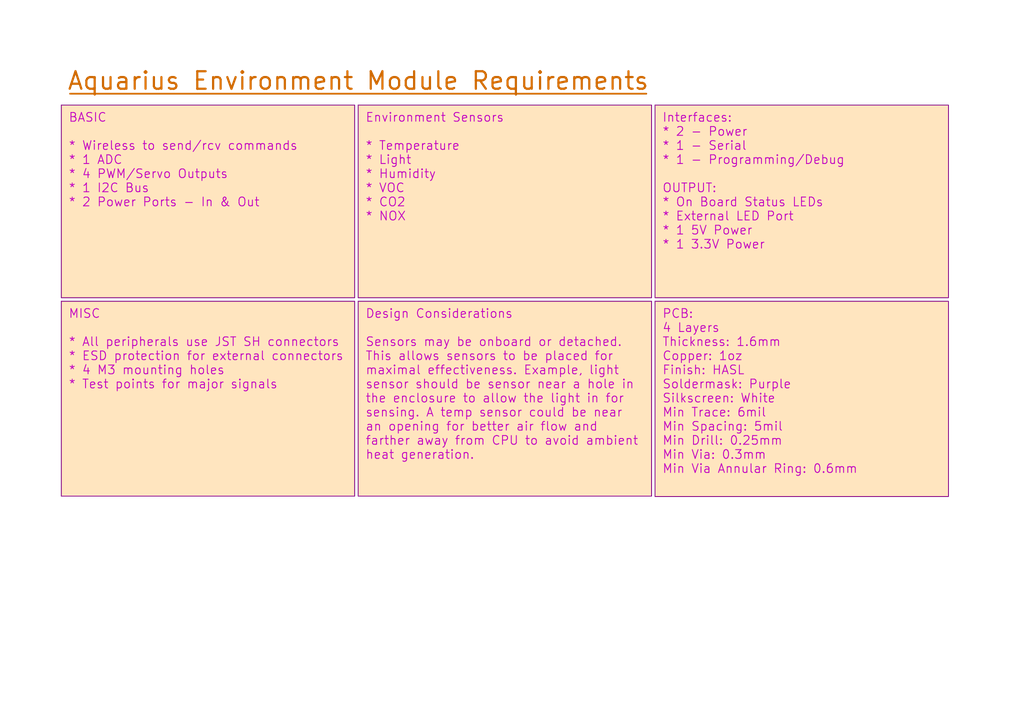
<source format=kicad_sch>
(kicad_sch
	(version 20250114)
	(generator "eeschema")
	(generator_version "9.0")
	(uuid "6f876faf-a2fb-4b55-acaf-9b0ee9368edb")
	(paper "A4")
	(title_block
		(title "Environment Module")
		(date "<<release-date>>")
		(rev "<<tag>>")
		(comment 1 "<<hash>>")
	)
	(lib_symbols)
	(text "Aquarius Environment Module Requirements"
		(exclude_from_sim no)
		(at 19.304 20.701 0)
		(effects
			(font
				(size 5.08 5.08)
				(thickness 0.635)
				(bold yes)
				(color 204 102 0 1)
			)
			(justify left top)
		)
		(uuid "8f4a163b-d860-4d22-9f0d-fa7e3881edd2")
	)
	(text_box "Design Considerations\n\nSensors may be onboard or detached. This allows sensors to be placed for maximal effectiveness. Example, light sensor should be sensor near a hole in the enclosure to allow the light in for sensing. A temp sensor could be near an opening for better air flow and farther away from CPU to avoid ambient heat generation.\n"
		(exclude_from_sim yes)
		(at 103.886 87.376 0)
		(size 85.09 56.515)
		(margins 2.032 2.032 2.032 2.032)
		(stroke
			(width 0.254)
			(type solid)
			(color 132 0 132 1)
		)
		(fill
			(type color)
			(color 255 229 191 1)
		)
		(effects
			(font
				(size 2.54 2.54)
				(thickness 0.254)
				(bold yes)
				(color 194 0 194 1)
			)
			(justify left top)
		)
		(uuid "23997fd7-e433-4585-bfe0-6f8e98b97bbb")
	)
	(text_box "BASIC\n\n* Wireless to send/rcv commands\n* 1 ADC\n* 4 PWM/Servo Outputs\n* 1 I2C Bus\n* 2 Power Ports - In & Out\n"
		(exclude_from_sim yes)
		(at 17.78 30.48 0)
		(size 85.09 55.88)
		(margins 2.032 2.032 2.032 2.032)
		(stroke
			(width 0.254)
			(type solid)
			(color 132 0 132 1)
		)
		(fill
			(type color)
			(color 255 229 191 1)
		)
		(effects
			(font
				(size 2.54 2.54)
				(thickness 0.254)
				(bold yes)
				(color 194 0 194 1)
			)
			(justify left top)
		)
		(uuid "520c8b49-dad7-48c2-8b36-5125baaea506")
	)
	(text_box "Interfaces:\n* 2 - Power\n* 1 - Serial\n* 1 - Programming/Debug\n\nOUTPUT:\n* On Board Status LEDs\n* External LED Port\n* 1 5V Power\n* 1 3.3V Power"
		(exclude_from_sim yes)
		(at 189.992 30.48 0)
		(size 85.09 55.88)
		(margins 2.032 2.032 2.032 2.032)
		(stroke
			(width 0.254)
			(type solid)
			(color 132 0 132 1)
		)
		(fill
			(type color)
			(color 255 229 191 1)
		)
		(effects
			(font
				(size 2.54 2.54)
				(thickness 0.254)
				(bold yes)
				(color 194 0 194 1)
			)
			(justify left top)
		)
		(uuid "771ed654-4454-4231-89a5-7c9abc2a5d86")
	)
	(text_box "MISC\n\n* All peripherals use JST SH connectors\n* ESD protection for external connectors\n* 4 M3 mounting holes\n* Test points for major signals"
		(exclude_from_sim yes)
		(at 17.78 87.376 0)
		(size 85.09 56.515)
		(margins 2.032 2.032 2.032 2.032)
		(stroke
			(width 0.254)
			(type solid)
			(color 132 0 132 1)
		)
		(fill
			(type color)
			(color 255 229 191 1)
		)
		(effects
			(font
				(size 2.54 2.54)
				(thickness 0.254)
				(bold yes)
				(color 194 0 194 1)
			)
			(justify left top)
		)
		(uuid "8ce25ffd-3aa6-4881-b209-a2025ca66f30")
	)
	(text_box "PCB:\n4 Layers\nThickness: 1.6mm\nCopper: 1oz\nFinish: HASL\nSoldermask: Purple\nSilkscreen: White\nMin Trace: 6mil\nMin Spacing: 5mil\nMin Drill: 0.25mm\nMin Via: 0.3mm\nMin Via Annular Ring: 0.6mm\n\n"
		(exclude_from_sim yes)
		(at 189.992 87.376 0)
		(size 85.09 56.642)
		(margins 2.032 2.032 2.032 2.032)
		(stroke
			(width 0.254)
			(type solid)
			(color 132 0 132 1)
		)
		(fill
			(type color)
			(color 255 229 191 1)
		)
		(effects
			(font
				(size 2.54 2.54)
				(thickness 0.254)
				(bold yes)
				(color 194 0 194 1)
			)
			(justify left top)
		)
		(uuid "91565f41-eb83-4319-a8a5-8d545fbb80c1")
	)
	(text_box "Environment Sensors\n\n* Temperature\n* Light\n* Humidity\n* VOC\n* CO2\n* NOX"
		(exclude_from_sim yes)
		(at 103.886 30.48 0)
		(size 85.09 55.88)
		(margins 2.032 2.032 2.032 2.032)
		(stroke
			(width 0.254)
			(type solid)
			(color 132 0 132 1)
		)
		(fill
			(type color)
			(color 255 229 191 1)
		)
		(effects
			(font
				(size 2.54 2.54)
				(thickness 0.254)
				(bold yes)
				(color 194 0 194 1)
			)
			(justify left top)
		)
		(uuid "d37db649-778c-4f54-b7b6-a69dec12db6f")
	)
	(polyline
		(pts
			(xy 20.32 27.178) (xy 187.452 27.178)
		)
		(stroke
			(width 0.508)
			(type default)
			(color 204 102 0 1)
		)
		(uuid "1e8def93-fbf3-428a-bb0b-5ca3ed945973")
	)
)

</source>
